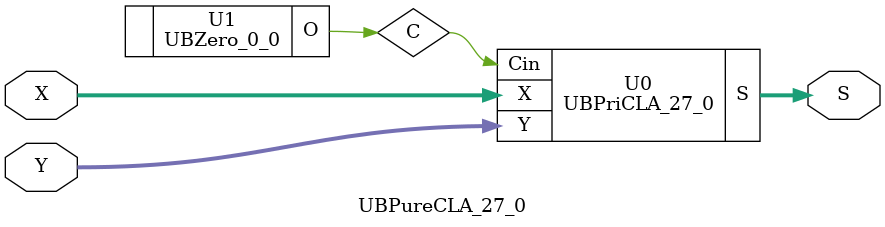
<source format=v>
/*----------------------------------------------------------------------------
  Copyright (c) 2021 Homma laboratory. All rights reserved.

  Top module: UBCLA_27_0_27_0

  Operand-1 length: 28
  Operand-2 length: 28
  Two-operand addition algorithm: Carry look-ahead adder
----------------------------------------------------------------------------*/

module GPGenerator(Go, Po, A, B);
  output Go;
  output Po;
  input A;
  input B;
  assign Go = A & B;
  assign Po = A ^ B;
endmodule

module CLAUnit_28(C, G, P, Cin);
  output [28:1] C;
  input Cin;
  input [27:0] G;
  input [27:0] P;
  assign C[1] = G[0] | ( P[0] & Cin );
  assign C[2] = G[1] | ( P[1] & G[0] ) | ( P[1] & P[0] & Cin );
  assign C[3] = G[2] | ( P[2] & G[1] ) | ( P[2] & P[1] & G[0] ) | ( P[2] & P[1] & P[0] & Cin );
  assign C[4] = G[3] | ( P[3] & G[2] ) | ( P[3] & P[2] & G[1] ) | ( P[3] & P[2] & P[1] & G[0] ) | ( P[3] & P[2] & P[1] & P[0] & Cin );
  assign C[5] = G[4] | ( P[4] & G[3] ) | ( P[4] & P[3] & G[2] ) | ( P[4] & P[3] & P[2] & G[1] ) | ( P[4] & P[3] & P[2] & P[1] & G[0] ) | ( P[4] & P[3] & P[2] & P[1] & P[0] & Cin );
  assign C[6] = G[5] | ( P[5] & G[4] ) | ( P[5] & P[4] & G[3] ) | ( P[5] & P[4] & P[3] & G[2] ) | ( P[5] & P[4] & P[3] & P[2] & G[1] ) | ( P[5] & P[4] & P[3] & P[2] & P[1] & G[0] ) | ( P[5] & P[4] & P[3]
 & P[2] & P[1] & P[0] & Cin );
  assign C[7] = G[6] | ( P[6] & G[5] ) | ( P[6] & P[5] & G[4] ) | ( P[6] & P[5] & P[4] & G[3] ) | ( P[6] & P[5] & P[4] & P[3] & G[2] ) | ( P[6] & P[5] & P[4] & P[3] & P[2] & G[1] ) | ( P[6] & P[5] & P[4]
 & P[3] & P[2] & P[1] & G[0] ) | ( P[6] & P[5] & P[4] & P[3] & P[2] & P[1] & P[0] & Cin );
  assign C[8] = G[7] | ( P[7] & G[6] ) | ( P[7] & P[6] & G[5] ) | ( P[7] & P[6] & P[5] & G[4] ) | ( P[7] & P[6] & P[5] & P[4] & G[3] ) | ( P[7] & P[6] & P[5] & P[4] & P[3] & G[2] ) | ( P[7] & P[6] & P[5]
 & P[4] & P[3] & P[2] & G[1] ) | ( P[7] & P[6] & P[5] & P[4] & P[3] & P[2] & P[1] & G[0] ) | ( P[7] & P[6] & P[5] & P[4] & P[3] & P[2] & P[1] & P[0] & Cin );
  assign C[9] = G[8] | ( P[8] & G[7] ) | ( P[8] & P[7] & G[6] ) | ( P[8] & P[7] & P[6] & G[5] ) | ( P[8] & P[7] & P[6] & P[5] & G[4] ) | ( P[8] & P[7] & P[6] & P[5] & P[4] & G[3] ) | ( P[8] & P[7] & P[6]
 & P[5] & P[4] & P[3] & G[2] ) | ( P[8] & P[7] & P[6] & P[5] & P[4] & P[3] & P[2] & G[1] ) | ( P[8] & P[7] & P[6] & P[5] & P[4] & P[3] & P[2] & P[1] & G[0] ) | ( P[8] & P[7] & P[6] & P[5] & P[4] & P[3]
 & P[2] & P[1] & P[0] & Cin );
  assign C[10] = G[9] | ( P[9] & G[8] ) | ( P[9] & P[8] & G[7] ) | ( P[9] & P[8] & P[7] & G[6] ) | ( P[9] & P[8] & P[7] & P[6] & G[5] ) | ( P[9] & P[8] & P[7] & P[6] & P[5] & G[4] ) | ( P[9] & P[8] & P[7]
 & P[6] & P[5] & P[4] & G[3] ) | ( P[9] & P[8] & P[7] & P[6] & P[5] & P[4] & P[3] & G[2] ) | ( P[9] & P[8] & P[7] & P[6] & P[5] & P[4] & P[3] & P[2] & G[1] ) | ( P[9] & P[8] & P[7] & P[6] & P[5] & P[4]
 & P[3] & P[2] & P[1] & G[0] ) | ( P[9] & P[8] & P[7] & P[6] & P[5] & P[4] & P[3] & P[2] & P[1] & P[0] & Cin );
  assign C[11] = G[10] | ( P[10] & G[9] ) | ( P[10] & P[9] & G[8] ) | ( P[10] & P[9] & P[8] & G[7] ) | ( P[10] & P[9] & P[8] & P[7] & G[6] ) | ( P[10] & P[9] & P[8] & P[7] & P[6] & G[5] ) | ( P[10] & P[9]
 & P[8] & P[7] & P[6] & P[5] & G[4] ) | ( P[10] & P[9] & P[8] & P[7] & P[6] & P[5] & P[4] & G[3] ) | ( P[10] & P[9] & P[8] & P[7] & P[6] & P[5] & P[4] & P[3] & G[2] ) | ( P[10] & P[9] & P[8] & P[7] & P[6]
 & P[5] & P[4] & P[3] & P[2] & G[1] ) | ( P[10] & P[9] & P[8] & P[7] & P[6] & P[5] & P[4] & P[3] & P[2] & P[1] & G[0] ) | ( P[10] & P[9] & P[8] & P[7] & P[6] & P[5] & P[4] & P[3] & P[2] & P[1] & P[0] &
 Cin );
  assign C[12] = G[11] | ( P[11] & G[10] ) | ( P[11] & P[10] & G[9] ) | ( P[11] & P[10] & P[9] & G[8] ) | ( P[11] & P[10] & P[9] & P[8] & G[7] ) | ( P[11] & P[10] & P[9] & P[8] & P[7] & G[6] ) | ( P[11]
 & P[10] & P[9] & P[8] & P[7] & P[6] & G[5] ) | ( P[11] & P[10] & P[9] & P[8] & P[7] & P[6] & P[5] & G[4] ) | ( P[11] & P[10] & P[9] & P[8] & P[7] & P[6] & P[5] & P[4] & G[3] ) | ( P[11] & P[10] & P[9]
 & P[8] & P[7] & P[6] & P[5] & P[4] & P[3] & G[2] ) | ( P[11] & P[10] & P[9] & P[8] & P[7] & P[6] & P[5] & P[4] & P[3] & P[2] & G[1] ) | ( P[11] & P[10] & P[9] & P[8] & P[7] & P[6] & P[5] & P[4] & P[3]
 & P[2] & P[1] & G[0] ) | ( P[11] & P[10] & P[9] & P[8] & P[7] & P[6] & P[5] & P[4] & P[3] & P[2] & P[1] & P[0] & Cin );
  assign C[13] = G[12] | ( P[12] & G[11] ) | ( P[12] & P[11] & G[10] ) | ( P[12] & P[11] & P[10] & G[9] ) | ( P[12] & P[11] & P[10] & P[9] & G[8] ) | ( P[12] & P[11] & P[10] & P[9] & P[8] & G[7] ) | ( P[12]
 & P[11] & P[10] & P[9] & P[8] & P[7] & G[6] ) | ( P[12] & P[11] & P[10] & P[9] & P[8] & P[7] & P[6] & G[5] ) | ( P[12] & P[11] & P[10] & P[9] & P[8] & P[7] & P[6] & P[5] & G[4] ) | ( P[12] & P[11] & P[10]
 & P[9] & P[8] & P[7] & P[6] & P[5] & P[4] & G[3] ) | ( P[12] & P[11] & P[10] & P[9] & P[8] & P[7] & P[6] & P[5] & P[4] & P[3] & G[2] ) | ( P[12] & P[11] & P[10] & P[9] & P[8] & P[7] & P[6] & P[5] & P[4]
 & P[3] & P[2] & G[1] ) | ( P[12] & P[11] & P[10] & P[9] & P[8] & P[7] & P[6] & P[5] & P[4] & P[3] & P[2] & P[1] & G[0] ) | ( P[12] & P[11] & P[10] & P[9] & P[8] & P[7] & P[6] & P[5] & P[4] & P[3] & P[2]
 & P[1] & P[0] & Cin );
  assign C[14] = G[13] | ( P[13] & G[12] ) | ( P[13] & P[12] & G[11] ) | ( P[13] & P[12] & P[11] & G[10] ) | ( P[13] & P[12] & P[11] & P[10] & G[9] ) | ( P[13] & P[12] & P[11] & P[10] & P[9] & G[8] ) |
 ( P[13] & P[12] & P[11] & P[10] & P[9] & P[8] & G[7] ) | ( P[13] & P[12] & P[11] & P[10] & P[9] & P[8] & P[7] & G[6] ) | ( P[13] & P[12] & P[11] & P[10] & P[9] & P[8] & P[7] & P[6] & G[5] ) | ( P[13] &
 P[12] & P[11] & P[10] & P[9] & P[8] & P[7] & P[6] & P[5] & G[4] ) | ( P[13] & P[12] & P[11] & P[10] & P[9] & P[8] & P[7] & P[6] & P[5] & P[4] & G[3] ) | ( P[13] & P[12] & P[11] & P[10] & P[9] & P[8] &
 P[7] & P[6] & P[5] & P[4] & P[3] & G[2] ) | ( P[13] & P[12] & P[11] & P[10] & P[9] & P[8] & P[7] & P[6] & P[5] & P[4] & P[3] & P[2] & G[1] ) | ( P[13] & P[12] & P[11] & P[10] & P[9] & P[8] & P[7] & P[6]
 & P[5] & P[4] & P[3] & P[2] & P[1] & G[0] ) | ( P[13] & P[12] & P[11] & P[10] & P[9] & P[8] & P[7] & P[6] & P[5] & P[4] & P[3] & P[2] & P[1] & P[0] & Cin );
  assign C[15] = G[14] | ( P[14] & G[13] ) | ( P[14] & P[13] & G[12] ) | ( P[14] & P[13] & P[12] & G[11] ) | ( P[14] & P[13] & P[12] & P[11] & G[10] ) | ( P[14] & P[13] & P[12] & P[11] & P[10] & G[9] )
 | ( P[14] & P[13] & P[12] & P[11] & P[10] & P[9] & G[8] ) | ( P[14] & P[13] & P[12] & P[11] & P[10] & P[9] & P[8] & G[7] ) | ( P[14] & P[13] & P[12] & P[11] & P[10] & P[9] & P[8] & P[7] & G[6] ) | ( P[14]
 & P[13] & P[12] & P[11] & P[10] & P[9] & P[8] & P[7] & P[6] & G[5] ) | ( P[14] & P[13] & P[12] & P[11] & P[10] & P[9] & P[8] & P[7] & P[6] & P[5] & G[4] ) | ( P[14] & P[13] & P[12] & P[11] & P[10] & P[9]
 & P[8] & P[7] & P[6] & P[5] & P[4] & G[3] ) | ( P[14] & P[13] & P[12] & P[11] & P[10] & P[9] & P[8] & P[7] & P[6] & P[5] & P[4] & P[3] & G[2] ) | ( P[14] & P[13] & P[12] & P[11] & P[10] & P[9] & P[8] &
 P[7] & P[6] & P[5] & P[4] & P[3] & P[2] & G[1] ) | ( P[14] & P[13] & P[12] & P[11] & P[10] & P[9] & P[8] & P[7] & P[6] & P[5] & P[4] & P[3] & P[2] & P[1] & G[0] ) | ( P[14] & P[13] & P[12] & P[11] & P[10]
 & P[9] & P[8] & P[7] & P[6] & P[5] & P[4] & P[3] & P[2] & P[1] & P[0] & Cin );
  assign C[16] = G[15] | ( P[15] & G[14] ) | ( P[15] & P[14] & G[13] ) | ( P[15] & P[14] & P[13] & G[12] ) | ( P[15] & P[14] & P[13] & P[12] & G[11] ) | ( P[15] & P[14] & P[13] & P[12] & P[11] & G[10] )
 | ( P[15] & P[14] & P[13] & P[12] & P[11] & P[10] & G[9] ) | ( P[15] & P[14] & P[13] & P[12] & P[11] & P[10] & P[9] & G[8] ) | ( P[15] & P[14] & P[13] & P[12] & P[11] & P[10] & P[9] & P[8] & G[7] ) | (
 P[15] & P[14] & P[13] & P[12] & P[11] & P[10] & P[9] & P[8] & P[7] & G[6] ) | ( P[15] & P[14] & P[13] & P[12] & P[11] & P[10] & P[9] & P[8] & P[7] & P[6] & G[5] ) | ( P[15] & P[14] & P[13] & P[12] & P[11]
 & P[10] & P[9] & P[8] & P[7] & P[6] & P[5] & G[4] ) | ( P[15] & P[14] & P[13] & P[12] & P[11] & P[10] & P[9] & P[8] & P[7] & P[6] & P[5] & P[4] & G[3] ) | ( P[15] & P[14] & P[13] & P[12] & P[11] & P[10]
 & P[9] & P[8] & P[7] & P[6] & P[5] & P[4] & P[3] & G[2] ) | ( P[15] & P[14] & P[13] & P[12] & P[11] & P[10] & P[9] & P[8] & P[7] & P[6] & P[5] & P[4] & P[3] & P[2] & G[1] ) | ( P[15] & P[14] & P[13] &
 P[12] & P[11] & P[10] & P[9] & P[8] & P[7] & P[6] & P[5] & P[4] & P[3] & P[2] & P[1] & G[0] ) | ( P[15] & P[14] & P[13] & P[12] & P[11] & P[10] & P[9] & P[8] & P[7] & P[6] & P[5] & P[4] & P[3] & P[2] &
 P[1] & P[0] & Cin );
  assign C[17] = G[16] | ( P[16] & G[15] ) | ( P[16] & P[15] & G[14] ) | ( P[16] & P[15] & P[14] & G[13] ) | ( P[16] & P[15] & P[14] & P[13] & G[12] ) | ( P[16] & P[15] & P[14] & P[13] & P[12] & G[11] )
 | ( P[16] & P[15] & P[14] & P[13] & P[12] & P[11] & G[10] ) | ( P[16] & P[15] & P[14] & P[13] & P[12] & P[11] & P[10] & G[9] ) | ( P[16] & P[15] & P[14] & P[13] & P[12] & P[11] & P[10] & P[9] & G[8] )
 | ( P[16] & P[15] & P[14] & P[13] & P[12] & P[11] & P[10] & P[9] & P[8] & G[7] ) | ( P[16] & P[15] & P[14] & P[13] & P[12] & P[11] & P[10] & P[9] & P[8] & P[7] & G[6] ) | ( P[16] & P[15] & P[14] & P[13]
 & P[12] & P[11] & P[10] & P[9] & P[8] & P[7] & P[6] & G[5] ) | ( P[16] & P[15] & P[14] & P[13] & P[12] & P[11] & P[10] & P[9] & P[8] & P[7] & P[6] & P[5] & G[4] ) | ( P[16] & P[15] & P[14] & P[13] & P[12]
 & P[11] & P[10] & P[9] & P[8] & P[7] & P[6] & P[5] & P[4] & G[3] ) | ( P[16] & P[15] & P[14] & P[13] & P[12] & P[11] & P[10] & P[9] & P[8] & P[7] & P[6] & P[5] & P[4] & P[3] & G[2] ) | ( P[16] & P[15]
 & P[14] & P[13] & P[12] & P[11] & P[10] & P[9] & P[8] & P[7] & P[6] & P[5] & P[4] & P[3] & P[2] & G[1] ) | ( P[16] & P[15] & P[14] & P[13] & P[12] & P[11] & P[10] & P[9] & P[8] & P[7] & P[6] & P[5] & P[4]
 & P[3] & P[2] & P[1] & G[0] ) | ( P[16] & P[15] & P[14] & P[13] & P[12] & P[11] & P[10] & P[9] & P[8] & P[7] & P[6] & P[5] & P[4] & P[3] & P[2] & P[1] & P[0] & Cin );
  assign C[18] = G[17] | ( P[17] & G[16] ) | ( P[17] & P[16] & G[15] ) | ( P[17] & P[16] & P[15] & G[14] ) | ( P[17] & P[16] & P[15] & P[14] & G[13] ) | ( P[17] & P[16] & P[15] & P[14] & P[13] & G[12] )
 | ( P[17] & P[16] & P[15] & P[14] & P[13] & P[12] & G[11] ) | ( P[17] & P[16] & P[15] & P[14] & P[13] & P[12] & P[11] & G[10] ) | ( P[17] & P[16] & P[15] & P[14] & P[13] & P[12] & P[11] & P[10] & G[9]
 ) | ( P[17] & P[16] & P[15] & P[14] & P[13] & P[12] & P[11] & P[10] & P[9] & G[8] ) | ( P[17] & P[16] & P[15] & P[14] & P[13] & P[12] & P[11] & P[10] & P[9] & P[8] & G[7] ) | ( P[17] & P[16] & P[15] &
 P[14] & P[13] & P[12] & P[11] & P[10] & P[9] & P[8] & P[7] & G[6] ) | ( P[17] & P[16] & P[15] & P[14] & P[13] & P[12] & P[11] & P[10] & P[9] & P[8] & P[7] & P[6] & G[5] ) | ( P[17] & P[16] & P[15] & P[14]
 & P[13] & P[12] & P[11] & P[10] & P[9] & P[8] & P[7] & P[6] & P[5] & G[4] ) | ( P[17] & P[16] & P[15] & P[14] & P[13] & P[12] & P[11] & P[10] & P[9] & P[8] & P[7] & P[6] & P[5] & P[4] & G[3] ) | ( P[17]
 & P[16] & P[15] & P[14] & P[13] & P[12] & P[11] & P[10] & P[9] & P[8] & P[7] & P[6] & P[5] & P[4] & P[3] & G[2] ) | ( P[17] & P[16] & P[15] & P[14] & P[13] & P[12] & P[11] & P[10] & P[9] & P[8] & P[7]
 & P[6] & P[5] & P[4] & P[3] & P[2] & G[1] ) | ( P[17] & P[16] & P[15] & P[14] & P[13] & P[12] & P[11] & P[10] & P[9] & P[8] & P[7] & P[6] & P[5] & P[4] & P[3] & P[2] & P[1] & G[0] ) | ( P[17] & P[16] &
 P[15] & P[14] & P[13] & P[12] & P[11] & P[10] & P[9] & P[8] & P[7] & P[6] & P[5] & P[4] & P[3] & P[2] & P[1] & P[0] & Cin );
  assign C[19] = G[18] | ( P[18] & G[17] ) | ( P[18] & P[17] & G[16] ) | ( P[18] & P[17] & P[16] & G[15] ) | ( P[18] & P[17] & P[16] & P[15] & G[14] ) | ( P[18] & P[17] & P[16] & P[15] & P[14] & G[13] )
 | ( P[18] & P[17] & P[16] & P[15] & P[14] & P[13] & G[12] ) | ( P[18] & P[17] & P[16] & P[15] & P[14] & P[13] & P[12] & G[11] ) | ( P[18] & P[17] & P[16] & P[15] & P[14] & P[13] & P[12] & P[11] & G[10]
 ) | ( P[18] & P[17] & P[16] & P[15] & P[14] & P[13] & P[12] & P[11] & P[10] & G[9] ) | ( P[18] & P[17] & P[16] & P[15] & P[14] & P[13] & P[12] & P[11] & P[10] & P[9] & G[8] ) | ( P[18] & P[17] & P[16]
 & P[15] & P[14] & P[13] & P[12] & P[11] & P[10] & P[9] & P[8] & G[7] ) | ( P[18] & P[17] & P[16] & P[15] & P[14] & P[13] & P[12] & P[11] & P[10] & P[9] & P[8] & P[7] & G[6] ) | ( P[18] & P[17] & P[16]
 & P[15] & P[14] & P[13] & P[12] & P[11] & P[10] & P[9] & P[8] & P[7] & P[6] & G[5] ) | ( P[18] & P[17] & P[16] & P[15] & P[14] & P[13] & P[12] & P[11] & P[10] & P[9] & P[8] & P[7] & P[6] & P[5] & G[4]
 ) | ( P[18] & P[17] & P[16] & P[15] & P[14] & P[13] & P[12] & P[11] & P[10] & P[9] & P[8] & P[7] & P[6] & P[5] & P[4] & G[3] ) | ( P[18] & P[17] & P[16] & P[15] & P[14] & P[13] & P[12] & P[11] & P[10]
 & P[9] & P[8] & P[7] & P[6] & P[5] & P[4] & P[3] & G[2] ) | ( P[18] & P[17] & P[16] & P[15] & P[14] & P[13] & P[12] & P[11] & P[10] & P[9] & P[8] & P[7] & P[6] & P[5] & P[4] & P[3] & P[2] & G[1] ) | (
 P[18] & P[17] & P[16] & P[15] & P[14] & P[13] & P[12] & P[11] & P[10] & P[9] & P[8] & P[7] & P[6] & P[5] & P[4] & P[3] & P[2] & P[1] & G[0] ) | ( P[18] & P[17] & P[16] & P[15] & P[14] & P[13] & P[12] &
 P[11] & P[10] & P[9] & P[8] & P[7] & P[6] & P[5] & P[4] & P[3] & P[2] & P[1] & P[0] & Cin );
  assign C[20] = G[19] | ( P[19] & G[18] ) | ( P[19] & P[18] & G[17] ) | ( P[19] & P[18] & P[17] & G[16] ) | ( P[19] & P[18] & P[17] & P[16] & G[15] ) | ( P[19] & P[18] & P[17] & P[16] & P[15] & G[14] )
 | ( P[19] & P[18] & P[17] & P[16] & P[15] & P[14] & G[13] ) | ( P[19] & P[18] & P[17] & P[16] & P[15] & P[14] & P[13] & G[12] ) | ( P[19] & P[18] & P[17] & P[16] & P[15] & P[14] & P[13] & P[12] & G[11]
 ) | ( P[19] & P[18] & P[17] & P[16] & P[15] & P[14] & P[13] & P[12] & P[11] & G[10] ) | ( P[19] & P[18] & P[17] & P[16] & P[15] & P[14] & P[13] & P[12] & P[11] & P[10] & G[9] ) | ( P[19] & P[18] & P[17]
 & P[16] & P[15] & P[14] & P[13] & P[12] & P[11] & P[10] & P[9] & G[8] ) | ( P[19] & P[18] & P[17] & P[16] & P[15] & P[14] & P[13] & P[12] & P[11] & P[10] & P[9] & P[8] & G[7] ) | ( P[19] & P[18] & P[17]
 & P[16] & P[15] & P[14] & P[13] & P[12] & P[11] & P[10] & P[9] & P[8] & P[7] & G[6] ) | ( P[19] & P[18] & P[17] & P[16] & P[15] & P[14] & P[13] & P[12] & P[11] & P[10] & P[9] & P[8] & P[7] & P[6] & G[5]
 ) | ( P[19] & P[18] & P[17] & P[16] & P[15] & P[14] & P[13] & P[12] & P[11] & P[10] & P[9] & P[8] & P[7] & P[6] & P[5] & G[4] ) | ( P[19] & P[18] & P[17] & P[16] & P[15] & P[14] & P[13] & P[12] & P[11]
 & P[10] & P[9] & P[8] & P[7] & P[6] & P[5] & P[4] & G[3] ) | ( P[19] & P[18] & P[17] & P[16] & P[15] & P[14] & P[13] & P[12] & P[11] & P[10] & P[9] & P[8] & P[7] & P[6] & P[5] & P[4] & P[3] & G[2] ) |
 ( P[19] & P[18] & P[17] & P[16] & P[15] & P[14] & P[13] & P[12] & P[11] & P[10] & P[9] & P[8] & P[7] & P[6] & P[5] & P[4] & P[3] & P[2] & G[1] ) | ( P[19] & P[18] & P[17] & P[16] & P[15] & P[14] & P[13]
 & P[12] & P[11] & P[10] & P[9] & P[8] & P[7] & P[6] & P[5] & P[4] & P[3] & P[2] & P[1] & G[0] ) | ( P[19] & P[18] & P[17] & P[16] & P[15] & P[14] & P[13] & P[12] & P[11] & P[10] & P[9] & P[8] & P[7] &
 P[6] & P[5] & P[4] & P[3] & P[2] & P[1] & P[0] & Cin );
  assign C[21] = G[20] | ( P[20] & G[19] ) | ( P[20] & P[19] & G[18] ) | ( P[20] & P[19] & P[18] & G[17] ) | ( P[20] & P[19] & P[18] & P[17] & G[16] ) | ( P[20] & P[19] & P[18] & P[17] & P[16] & G[15] )
 | ( P[20] & P[19] & P[18] & P[17] & P[16] & P[15] & G[14] ) | ( P[20] & P[19] & P[18] & P[17] & P[16] & P[15] & P[14] & G[13] ) | ( P[20] & P[19] & P[18] & P[17] & P[16] & P[15] & P[14] & P[13] & G[12]
 ) | ( P[20] & P[19] & P[18] & P[17] & P[16] & P[15] & P[14] & P[13] & P[12] & G[11] ) | ( P[20] & P[19] & P[18] & P[17] & P[16] & P[15] & P[14] & P[13] & P[12] & P[11] & G[10] ) | ( P[20] & P[19] & P[18]
 & P[17] & P[16] & P[15] & P[14] & P[13] & P[12] & P[11] & P[10] & G[9] ) | ( P[20] & P[19] & P[18] & P[17] & P[16] & P[15] & P[14] & P[13] & P[12] & P[11] & P[10] & P[9] & G[8] ) | ( P[20] & P[19] & P[18]
 & P[17] & P[16] & P[15] & P[14] & P[13] & P[12] & P[11] & P[10] & P[9] & P[8] & G[7] ) | ( P[20] & P[19] & P[18] & P[17] & P[16] & P[15] & P[14] & P[13] & P[12] & P[11] & P[10] & P[9] & P[8] & P[7] & G[6]
 ) | ( P[20] & P[19] & P[18] & P[17] & P[16] & P[15] & P[14] & P[13] & P[12] & P[11] & P[10] & P[9] & P[8] & P[7] & P[6] & G[5] ) | ( P[20] & P[19] & P[18] & P[17] & P[16] & P[15] & P[14] & P[13] & P[12]
 & P[11] & P[10] & P[9] & P[8] & P[7] & P[6] & P[5] & G[4] ) | ( P[20] & P[19] & P[18] & P[17] & P[16] & P[15] & P[14] & P[13] & P[12] & P[11] & P[10] & P[9] & P[8] & P[7] & P[6] & P[5] & P[4] & G[3] )
 | ( P[20] & P[19] & P[18] & P[17] & P[16] & P[15] & P[14] & P[13] & P[12] & P[11] & P[10] & P[9] & P[8] & P[7] & P[6] & P[5] & P[4] & P[3] & G[2] ) | ( P[20] & P[19] & P[18] & P[17] & P[16] & P[15] & P[14]
 & P[13] & P[12] & P[11] & P[10] & P[9] & P[8] & P[7] & P[6] & P[5] & P[4] & P[3] & P[2] & G[1] ) | ( P[20] & P[19] & P[18] & P[17] & P[16] & P[15] & P[14] & P[13] & P[12] & P[11] & P[10] & P[9] & P[8]
 & P[7] & P[6] & P[5] & P[4] & P[3] & P[2] & P[1] & G[0] ) | ( P[20] & P[19] & P[18] & P[17] & P[16] & P[15] & P[14] & P[13] & P[12] & P[11] & P[10] & P[9] & P[8] & P[7] & P[6] & P[5] & P[4] & P[3] & P[2]
 & P[1] & P[0] & Cin );
  assign C[22] = G[21] | ( P[21] & G[20] ) | ( P[21] & P[20] & G[19] ) | ( P[21] & P[20] & P[19] & G[18] ) | ( P[21] & P[20] & P[19] & P[18] & G[17] ) | ( P[21] & P[20] & P[19] & P[18] & P[17] & G[16] )
 | ( P[21] & P[20] & P[19] & P[18] & P[17] & P[16] & G[15] ) | ( P[21] & P[20] & P[19] & P[18] & P[17] & P[16] & P[15] & G[14] ) | ( P[21] & P[20] & P[19] & P[18] & P[17] & P[16] & P[15] & P[14] & G[13]
 ) | ( P[21] & P[20] & P[19] & P[18] & P[17] & P[16] & P[15] & P[14] & P[13] & G[12] ) | ( P[21] & P[20] & P[19] & P[18] & P[17] & P[16] & P[15] & P[14] & P[13] & P[12] & G[11] ) | ( P[21] & P[20] & P[19]
 & P[18] & P[17] & P[16] & P[15] & P[14] & P[13] & P[12] & P[11] & G[10] ) | ( P[21] & P[20] & P[19] & P[18] & P[17] & P[16] & P[15] & P[14] & P[13] & P[12] & P[11] & P[10] & G[9] ) | ( P[21] & P[20] &
 P[19] & P[18] & P[17] & P[16] & P[15] & P[14] & P[13] & P[12] & P[11] & P[10] & P[9] & G[8] ) | ( P[21] & P[20] & P[19] & P[18] & P[17] & P[16] & P[15] & P[14] & P[13] & P[12] & P[11] & P[10] & P[9] &
 P[8] & G[7] ) | ( P[21] & P[20] & P[19] & P[18] & P[17] & P[16] & P[15] & P[14] & P[13] & P[12] & P[11] & P[10] & P[9] & P[8] & P[7] & G[6] ) | ( P[21] & P[20] & P[19] & P[18] & P[17] & P[16] & P[15] &
 P[14] & P[13] & P[12] & P[11] & P[10] & P[9] & P[8] & P[7] & P[6] & G[5] ) | ( P[21] & P[20] & P[19] & P[18] & P[17] & P[16] & P[15] & P[14] & P[13] & P[12] & P[11] & P[10] & P[9] & P[8] & P[7] & P[6]
 & P[5] & G[4] ) | ( P[21] & P[20] & P[19] & P[18] & P[17] & P[16] & P[15] & P[14] & P[13] & P[12] & P[11] & P[10] & P[9] & P[8] & P[7] & P[6] & P[5] & P[4] & G[3] ) | ( P[21] & P[20] & P[19] & P[18] &
 P[17] & P[16] & P[15] & P[14] & P[13] & P[12] & P[11] & P[10] & P[9] & P[8] & P[7] & P[6] & P[5] & P[4] & P[3] & G[2] ) | ( P[21] & P[20] & P[19] & P[18] & P[17] & P[16] & P[15] & P[14] & P[13] & P[12]
 & P[11] & P[10] & P[9] & P[8] & P[7] & P[6] & P[5] & P[4] & P[3] & P[2] & G[1] ) | ( P[21] & P[20] & P[19] & P[18] & P[17] & P[16] & P[15] & P[14] & P[13] & P[12] & P[11] & P[10] & P[9] & P[8] & P[7] &
 P[6] & P[5] & P[4] & P[3] & P[2] & P[1] & G[0] ) | ( P[21] & P[20] & P[19] & P[18] & P[17] & P[16] & P[15] & P[14] & P[13] & P[12] & P[11] & P[10] & P[9] & P[8] & P[7] & P[6] & P[5] & P[4] & P[3] & P[2]
 & P[1] & P[0] & Cin );
  assign C[23] = G[22] | ( P[22] & G[21] ) | ( P[22] & P[21] & G[20] ) | ( P[22] & P[21] & P[20] & G[19] ) | ( P[22] & P[21] & P[20] & P[19] & G[18] ) | ( P[22] & P[21] & P[20] & P[19] & P[18] & G[17] )
 | ( P[22] & P[21] & P[20] & P[19] & P[18] & P[17] & G[16] ) | ( P[22] & P[21] & P[20] & P[19] & P[18] & P[17] & P[16] & G[15] ) | ( P[22] & P[21] & P[20] & P[19] & P[18] & P[17] & P[16] & P[15] & G[14]
 ) | ( P[22] & P[21] & P[20] & P[19] & P[18] & P[17] & P[16] & P[15] & P[14] & G[13] ) | ( P[22] & P[21] & P[20] & P[19] & P[18] & P[17] & P[16] & P[15] & P[14] & P[13] & G[12] ) | ( P[22] & P[21] & P[20]
 & P[19] & P[18] & P[17] & P[16] & P[15] & P[14] & P[13] & P[12] & G[11] ) | ( P[22] & P[21] & P[20] & P[19] & P[18] & P[17] & P[16] & P[15] & P[14] & P[13] & P[12] & P[11] & G[10] ) | ( P[22] & P[21] &
 P[20] & P[19] & P[18] & P[17] & P[16] & P[15] & P[14] & P[13] & P[12] & P[11] & P[10] & G[9] ) | ( P[22] & P[21] & P[20] & P[19] & P[18] & P[17] & P[16] & P[15] & P[14] & P[13] & P[12] & P[11] & P[10]
 & P[9] & G[8] ) | ( P[22] & P[21] & P[20] & P[19] & P[18] & P[17] & P[16] & P[15] & P[14] & P[13] & P[12] & P[11] & P[10] & P[9] & P[8] & G[7] ) | ( P[22] & P[21] & P[20] & P[19] & P[18] & P[17] & P[16]
 & P[15] & P[14] & P[13] & P[12] & P[11] & P[10] & P[9] & P[8] & P[7] & G[6] ) | ( P[22] & P[21] & P[20] & P[19] & P[18] & P[17] & P[16] & P[15] & P[14] & P[13] & P[12] & P[11] & P[10] & P[9] & P[8] & P[7]
 & P[6] & G[5] ) | ( P[22] & P[21] & P[20] & P[19] & P[18] & P[17] & P[16] & P[15] & P[14] & P[13] & P[12] & P[11] & P[10] & P[9] & P[8] & P[7] & P[6] & P[5] & G[4] ) | ( P[22] & P[21] & P[20] & P[19] &
 P[18] & P[17] & P[16] & P[15] & P[14] & P[13] & P[12] & P[11] & P[10] & P[9] & P[8] & P[7] & P[6] & P[5] & P[4] & G[3] ) | ( P[22] & P[21] & P[20] & P[19] & P[18] & P[17] & P[16] & P[15] & P[14] & P[13]
 & P[12] & P[11] & P[10] & P[9] & P[8] & P[7] & P[6] & P[5] & P[4] & P[3] & G[2] ) | ( P[22] & P[21] & P[20] & P[19] & P[18] & P[17] & P[16] & P[15] & P[14] & P[13] & P[12] & P[11] & P[10] & P[9] & P[8]
 & P[7] & P[6] & P[5] & P[4] & P[3] & P[2] & G[1] ) | ( P[22] & P[21] & P[20] & P[19] & P[18] & P[17] & P[16] & P[15] & P[14] & P[13] & P[12] & P[11] & P[10] & P[9] & P[8] & P[7] & P[6] & P[5] & P[4] &
 P[3] & P[2] & P[1] & G[0] ) | ( P[22] & P[21] & P[20] & P[19] & P[18] & P[17] & P[16] & P[15] & P[14] & P[13] & P[12] & P[11] & P[10] & P[9] & P[8] & P[7] & P[6] & P[5] & P[4] & P[3] & P[2] & P[1] & P[0]
 & Cin );
  assign C[24] = G[23] | ( P[23] & G[22] ) | ( P[23] & P[22] & G[21] ) | ( P[23] & P[22] & P[21] & G[20] ) | ( P[23] & P[22] & P[21] & P[20] & G[19] ) | ( P[23] & P[22] & P[21] & P[20] & P[19] & G[18] )
 | ( P[23] & P[22] & P[21] & P[20] & P[19] & P[18] & G[17] ) | ( P[23] & P[22] & P[21] & P[20] & P[19] & P[18] & P[17] & G[16] ) | ( P[23] & P[22] & P[21] & P[20] & P[19] & P[18] & P[17] & P[16] & G[15]
 ) | ( P[23] & P[22] & P[21] & P[20] & P[19] & P[18] & P[17] & P[16] & P[15] & G[14] ) | ( P[23] & P[22] & P[21] & P[20] & P[19] & P[18] & P[17] & P[16] & P[15] & P[14] & G[13] ) | ( P[23] & P[22] & P[21]
 & P[20] & P[19] & P[18] & P[17] & P[16] & P[15] & P[14] & P[13] & G[12] ) | ( P[23] & P[22] & P[21] & P[20] & P[19] & P[18] & P[17] & P[16] & P[15] & P[14] & P[13] & P[12] & G[11] ) | ( P[23] & P[22] &
 P[21] & P[20] & P[19] & P[18] & P[17] & P[16] & P[15] & P[14] & P[13] & P[12] & P[11] & G[10] ) | ( P[23] & P[22] & P[21] & P[20] & P[19] & P[18] & P[17] & P[16] & P[15] & P[14] & P[13] & P[12] & P[11]
 & P[10] & G[9] ) | ( P[23] & P[22] & P[21] & P[20] & P[19] & P[18] & P[17] & P[16] & P[15] & P[14] & P[13] & P[12] & P[11] & P[10] & P[9] & G[8] ) | ( P[23] & P[22] & P[21] & P[20] & P[19] & P[18] & P[17]
 & P[16] & P[15] & P[14] & P[13] & P[12] & P[11] & P[10] & P[9] & P[8] & G[7] ) | ( P[23] & P[22] & P[21] & P[20] & P[19] & P[18] & P[17] & P[16] & P[15] & P[14] & P[13] & P[12] & P[11] & P[10] & P[9] &
 P[8] & P[7] & G[6] ) | ( P[23] & P[22] & P[21] & P[20] & P[19] & P[18] & P[17] & P[16] & P[15] & P[14] & P[13] & P[12] & P[11] & P[10] & P[9] & P[8] & P[7] & P[6] & G[5] ) | ( P[23] & P[22] & P[21] & P[20]
 & P[19] & P[18] & P[17] & P[16] & P[15] & P[14] & P[13] & P[12] & P[11] & P[10] & P[9] & P[8] & P[7] & P[6] & P[5] & G[4] ) | ( P[23] & P[22] & P[21] & P[20] & P[19] & P[18] & P[17] & P[16] & P[15] & P[14]
 & P[13] & P[12] & P[11] & P[10] & P[9] & P[8] & P[7] & P[6] & P[5] & P[4] & G[3] ) | ( P[23] & P[22] & P[21] & P[20] & P[19] & P[18] & P[17] & P[16] & P[15] & P[14] & P[13] & P[12] & P[11] & P[10] & P[9]
 & P[8] & P[7] & P[6] & P[5] & P[4] & P[3] & G[2] ) | ( P[23] & P[22] & P[21] & P[20] & P[19] & P[18] & P[17] & P[16] & P[15] & P[14] & P[13] & P[12] & P[11] & P[10] & P[9] & P[8] & P[7] & P[6] & P[5] &
 P[4] & P[3] & P[2] & G[1] ) | ( P[23] & P[22] & P[21] & P[20] & P[19] & P[18] & P[17] & P[16] & P[15] & P[14] & P[13] & P[12] & P[11] & P[10] & P[9] & P[8] & P[7] & P[6] & P[5] & P[4] & P[3] & P[2] & P[1]
 & G[0] ) | ( P[23] & P[22] & P[21] & P[20] & P[19] & P[18] & P[17] & P[16] & P[15] & P[14] & P[13] & P[12] & P[11] & P[10] & P[9] & P[8] & P[7] & P[6] & P[5] & P[4] & P[3] & P[2] & P[1] & P[0] & Cin );
  assign C[25] = G[24] | ( P[24] & G[23] ) | ( P[24] & P[23] & G[22] ) | ( P[24] & P[23] & P[22] & G[21] ) | ( P[24] & P[23] & P[22] & P[21] & G[20] ) | ( P[24] & P[23] & P[22] & P[21] & P[20] & G[19] )
 | ( P[24] & P[23] & P[22] & P[21] & P[20] & P[19] & G[18] ) | ( P[24] & P[23] & P[22] & P[21] & P[20] & P[19] & P[18] & G[17] ) | ( P[24] & P[23] & P[22] & P[21] & P[20] & P[19] & P[18] & P[17] & G[16]
 ) | ( P[24] & P[23] & P[22] & P[21] & P[20] & P[19] & P[18] & P[17] & P[16] & G[15] ) | ( P[24] & P[23] & P[22] & P[21] & P[20] & P[19] & P[18] & P[17] & P[16] & P[15] & G[14] ) | ( P[24] & P[23] & P[22]
 & P[21] & P[20] & P[19] & P[18] & P[17] & P[16] & P[15] & P[14] & G[13] ) | ( P[24] & P[23] & P[22] & P[21] & P[20] & P[19] & P[18] & P[17] & P[16] & P[15] & P[14] & P[13] & G[12] ) | ( P[24] & P[23] &
 P[22] & P[21] & P[20] & P[19] & P[18] & P[17] & P[16] & P[15] & P[14] & P[13] & P[12] & G[11] ) | ( P[24] & P[23] & P[22] & P[21] & P[20] & P[19] & P[18] & P[17] & P[16] & P[15] & P[14] & P[13] & P[12]
 & P[11] & G[10] ) | ( P[24] & P[23] & P[22] & P[21] & P[20] & P[19] & P[18] & P[17] & P[16] & P[15] & P[14] & P[13] & P[12] & P[11] & P[10] & G[9] ) | ( P[24] & P[23] & P[22] & P[21] & P[20] & P[19] &
 P[18] & P[17] & P[16] & P[15] & P[14] & P[13] & P[12] & P[11] & P[10] & P[9] & G[8] ) | ( P[24] & P[23] & P[22] & P[21] & P[20] & P[19] & P[18] & P[17] & P[16] & P[15] & P[14] & P[13] & P[12] & P[11] &
 P[10] & P[9] & P[8] & G[7] ) | ( P[24] & P[23] & P[22] & P[21] & P[20] & P[19] & P[18] & P[17] & P[16] & P[15] & P[14] & P[13] & P[12] & P[11] & P[10] & P[9] & P[8] & P[7] & G[6] ) | ( P[24] & P[23] &
 P[22] & P[21] & P[20] & P[19] & P[18] & P[17] & P[16] & P[15] & P[14] & P[13] & P[12] & P[11] & P[10] & P[9] & P[8] & P[7] & P[6] & G[5] ) | ( P[24] & P[23] & P[22] & P[21] & P[20] & P[19] & P[18] & P[17]
 & P[16] & P[15] & P[14] & P[13] & P[12] & P[11] & P[10] & P[9] & P[8] & P[7] & P[6] & P[5] & G[4] ) | ( P[24] & P[23] & P[22] & P[21] & P[20] & P[19] & P[18] & P[17] & P[16] & P[15] & P[14] & P[13] & P[12]
 & P[11] & P[10] & P[9] & P[8] & P[7] & P[6] & P[5] & P[4] & G[3] ) | ( P[24] & P[23] & P[22] & P[21] & P[20] & P[19] & P[18] & P[17] & P[16] & P[15] & P[14] & P[13] & P[12] & P[11] & P[10] & P[9] & P[8]
 & P[7] & P[6] & P[5] & P[4] & P[3] & G[2] ) | ( P[24] & P[23] & P[22] & P[21] & P[20] & P[19] & P[18] & P[17] & P[16] & P[15] & P[14] & P[13] & P[12] & P[11] & P[10] & P[9] & P[8] & P[7] & P[6] & P[5]
 & P[4] & P[3] & P[2] & G[1] ) | ( P[24] & P[23] & P[22] & P[21] & P[20] & P[19] & P[18] & P[17] & P[16] & P[15] & P[14] & P[13] & P[12] & P[11] & P[10] & P[9] & P[8] & P[7] & P[6] & P[5] & P[4] & P[3]
 & P[2] & P[1] & G[0] ) | ( P[24] & P[23] & P[22] & P[21] & P[20] & P[19] & P[18] & P[17] & P[16] & P[15] & P[14] & P[13] & P[12] & P[11] & P[10] & P[9] & P[8] & P[7] & P[6] & P[5] & P[4] & P[3] & P[2]
 & P[1] & P[0] & Cin );
  assign C[26] = G[25] | ( P[25] & G[24] ) | ( P[25] & P[24] & G[23] ) | ( P[25] & P[24] & P[23] & G[22] ) | ( P[25] & P[24] & P[23] & P[22] & G[21] ) | ( P[25] & P[24] & P[23] & P[22] & P[21] & G[20] )
 | ( P[25] & P[24] & P[23] & P[22] & P[21] & P[20] & G[19] ) | ( P[25] & P[24] & P[23] & P[22] & P[21] & P[20] & P[19] & G[18] ) | ( P[25] & P[24] & P[23] & P[22] & P[21] & P[20] & P[19] & P[18] & G[17]
 ) | ( P[25] & P[24] & P[23] & P[22] & P[21] & P[20] & P[19] & P[18] & P[17] & G[16] ) | ( P[25] & P[24] & P[23] & P[22] & P[21] & P[20] & P[19] & P[18] & P[17] & P[16] & G[15] ) | ( P[25] & P[24] & P[23]
 & P[22] & P[21] & P[20] & P[19] & P[18] & P[17] & P[16] & P[15] & G[14] ) | ( P[25] & P[24] & P[23] & P[22] & P[21] & P[20] & P[19] & P[18] & P[17] & P[16] & P[15] & P[14] & G[13] ) | ( P[25] & P[24] &
 P[23] & P[22] & P[21] & P[20] & P[19] & P[18] & P[17] & P[16] & P[15] & P[14] & P[13] & G[12] ) | ( P[25] & P[24] & P[23] & P[22] & P[21] & P[20] & P[19] & P[18] & P[17] & P[16] & P[15] & P[14] & P[13]
 & P[12] & G[11] ) | ( P[25] & P[24] & P[23] & P[22] & P[21] & P[20] & P[19] & P[18] & P[17] & P[16] & P[15] & P[14] & P[13] & P[12] & P[11] & G[10] ) | ( P[25] & P[24] & P[23] & P[22] & P[21] & P[20] &
 P[19] & P[18] & P[17] & P[16] & P[15] & P[14] & P[13] & P[12] & P[11] & P[10] & G[9] ) | ( P[25] & P[24] & P[23] & P[22] & P[21] & P[20] & P[19] & P[18] & P[17] & P[16] & P[15] & P[14] & P[13] & P[12]
 & P[11] & P[10] & P[9] & G[8] ) | ( P[25] & P[24] & P[23] & P[22] & P[21] & P[20] & P[19] & P[18] & P[17] & P[16] & P[15] & P[14] & P[13] & P[12] & P[11] & P[10] & P[9] & P[8] & G[7] ) | ( P[25] & P[24]
 & P[23] & P[22] & P[21] & P[20] & P[19] & P[18] & P[17] & P[16] & P[15] & P[14] & P[13] & P[12] & P[11] & P[10] & P[9] & P[8] & P[7] & G[6] ) | ( P[25] & P[24] & P[23] & P[22] & P[21] & P[20] & P[19] &
 P[18] & P[17] & P[16] & P[15] & P[14] & P[13] & P[12] & P[11] & P[10] & P[9] & P[8] & P[7] & P[6] & G[5] ) | ( P[25] & P[24] & P[23] & P[22] & P[21] & P[20] & P[19] & P[18] & P[17] & P[16] & P[15] & P[14]
 & P[13] & P[12] & P[11] & P[10] & P[9] & P[8] & P[7] & P[6] & P[5] & G[4] ) | ( P[25] & P[24] & P[23] & P[22] & P[21] & P[20] & P[19] & P[18] & P[17] & P[16] & P[15] & P[14] & P[13] & P[12] & P[11] & P[10]
 & P[9] & P[8] & P[7] & P[6] & P[5] & P[4] & G[3] ) | ( P[25] & P[24] & P[23] & P[22] & P[21] & P[20] & P[19] & P[18] & P[17] & P[16] & P[15] & P[14] & P[13] & P[12] & P[11] & P[10] & P[9] & P[8] & P[7]
 & P[6] & P[5] & P[4] & P[3] & G[2] ) | ( P[25] & P[24] & P[23] & P[22] & P[21] & P[20] & P[19] & P[18] & P[17] & P[16] & P[15] & P[14] & P[13] & P[12] & P[11] & P[10] & P[9] & P[8] & P[7] & P[6] & P[5]
 & P[4] & P[3] & P[2] & G[1] ) | ( P[25] & P[24] & P[23] & P[22] & P[21] & P[20] & P[19] & P[18] & P[17] & P[16] & P[15] & P[14] & P[13] & P[12] & P[11] & P[10] & P[9] & P[8] & P[7] & P[6] & P[5] & P[4]
 & P[3] & P[2] & P[1] & G[0] ) | ( P[25] & P[24] & P[23] & P[22] & P[21] & P[20] & P[19] & P[18] & P[17] & P[16] & P[15] & P[14] & P[13] & P[12] & P[11] & P[10] & P[9] & P[8] & P[7] & P[6] & P[5] & P[4]
 & P[3] & P[2] & P[1] & P[0] & Cin );
  assign C[27] = G[26] | ( P[26] & G[25] ) | ( P[26] & P[25] & G[24] ) | ( P[26] & P[25] & P[24] & G[23] ) | ( P[26] & P[25] & P[24] & P[23] & G[22] ) | ( P[26] & P[25] & P[24] & P[23] & P[22] & G[21] )
 | ( P[26] & P[25] & P[24] & P[23] & P[22] & P[21] & G[20] ) | ( P[26] & P[25] & P[24] & P[23] & P[22] & P[21] & P[20] & G[19] ) | ( P[26] & P[25] & P[24] & P[23] & P[22] & P[21] & P[20] & P[19] & G[18]
 ) | ( P[26] & P[25] & P[24] & P[23] & P[22] & P[21] & P[20] & P[19] & P[18] & G[17] ) | ( P[26] & P[25] & P[24] & P[23] & P[22] & P[21] & P[20] & P[19] & P[18] & P[17] & G[16] ) | ( P[26] & P[25] & P[24]
 & P[23] & P[22] & P[21] & P[20] & P[19] & P[18] & P[17] & P[16] & G[15] ) | ( P[26] & P[25] & P[24] & P[23] & P[22] & P[21] & P[20] & P[19] & P[18] & P[17] & P[16] & P[15] & G[14] ) | ( P[26] & P[25] &
 P[24] & P[23] & P[22] & P[21] & P[20] & P[19] & P[18] & P[17] & P[16] & P[15] & P[14] & G[13] ) | ( P[26] & P[25] & P[24] & P[23] & P[22] & P[21] & P[20] & P[19] & P[18] & P[17] & P[16] & P[15] & P[14]
 & P[13] & G[12] ) | ( P[26] & P[25] & P[24] & P[23] & P[22] & P[21] & P[20] & P[19] & P[18] & P[17] & P[16] & P[15] & P[14] & P[13] & P[12] & G[11] ) | ( P[26] & P[25] & P[24] & P[23] & P[22] & P[21] &
 P[20] & P[19] & P[18] & P[17] & P[16] & P[15] & P[14] & P[13] & P[12] & P[11] & G[10] ) | ( P[26] & P[25] & P[24] & P[23] & P[22] & P[21] & P[20] & P[19] & P[18] & P[17] & P[16] & P[15] & P[14] & P[13]
 & P[12] & P[11] & P[10] & G[9] ) | ( P[26] & P[25] & P[24] & P[23] & P[22] & P[21] & P[20] & P[19] & P[18] & P[17] & P[16] & P[15] & P[14] & P[13] & P[12] & P[11] & P[10] & P[9] & G[8] ) | ( P[26] & P[25]
 & P[24] & P[23] & P[22] & P[21] & P[20] & P[19] & P[18] & P[17] & P[16] & P[15] & P[14] & P[13] & P[12] & P[11] & P[10] & P[9] & P[8] & G[7] ) | ( P[26] & P[25] & P[24] & P[23] & P[22] & P[21] & P[20]
 & P[19] & P[18] & P[17] & P[16] & P[15] & P[14] & P[13] & P[12] & P[11] & P[10] & P[9] & P[8] & P[7] & G[6] ) | ( P[26] & P[25] & P[24] & P[23] & P[22] & P[21] & P[20] & P[19] & P[18] & P[17] & P[16] &
 P[15] & P[14] & P[13] & P[12] & P[11] & P[10] & P[9] & P[8] & P[7] & P[6] & G[5] ) | ( P[26] & P[25] & P[24] & P[23] & P[22] & P[21] & P[20] & P[19] & P[18] & P[17] & P[16] & P[15] & P[14] & P[13] & P[12]
 & P[11] & P[10] & P[9] & P[8] & P[7] & P[6] & P[5] & G[4] ) | ( P[26] & P[25] & P[24] & P[23] & P[22] & P[21] & P[20] & P[19] & P[18] & P[17] & P[16] & P[15] & P[14] & P[13] & P[12] & P[11] & P[10] & P[9]
 & P[8] & P[7] & P[6] & P[5] & P[4] & G[3] ) | ( P[26] & P[25] & P[24] & P[23] & P[22] & P[21] & P[20] & P[19] & P[18] & P[17] & P[16] & P[15] & P[14] & P[13] & P[12] & P[11] & P[10] & P[9] & P[8] & P[7]
 & P[6] & P[5] & P[4] & P[3] & G[2] ) | ( P[26] & P[25] & P[24] & P[23] & P[22] & P[21] & P[20] & P[19] & P[18] & P[17] & P[16] & P[15] & P[14] & P[13] & P[12] & P[11] & P[10] & P[9] & P[8] & P[7] & P[6]
 & P[5] & P[4] & P[3] & P[2] & G[1] ) | ( P[26] & P[25] & P[24] & P[23] & P[22] & P[21] & P[20] & P[19] & P[18] & P[17] & P[16] & P[15] & P[14] & P[13] & P[12] & P[11] & P[10] & P[9] & P[8] & P[7] & P[6]
 & P[5] & P[4] & P[3] & P[2] & P[1] & G[0] ) | ( P[26] & P[25] & P[24] & P[23] & P[22] & P[21] & P[20] & P[19] & P[18] & P[17] & P[16] & P[15] & P[14] & P[13] & P[12] & P[11] & P[10] & P[9] & P[8] & P[7]
 & P[6] & P[5] & P[4] & P[3] & P[2] & P[1] & P[0] & Cin );
  assign C[28] = G[27] | ( P[27] & G[26] ) | ( P[27] & P[26] & G[25] ) | ( P[27] & P[26] & P[25] & G[24] ) | ( P[27] & P[26] & P[25] & P[24] & G[23] ) | ( P[27] & P[26] & P[25] & P[24] & P[23] & G[22] )
 | ( P[27] & P[26] & P[25] & P[24] & P[23] & P[22] & G[21] ) | ( P[27] & P[26] & P[25] & P[24] & P[23] & P[22] & P[21] & G[20] ) | ( P[27] & P[26] & P[25] & P[24] & P[23] & P[22] & P[21] & P[20] & G[19]
 ) | ( P[27] & P[26] & P[25] & P[24] & P[23] & P[22] & P[21] & P[20] & P[19] & G[18] ) | ( P[27] & P[26] & P[25] & P[24] & P[23] & P[22] & P[21] & P[20] & P[19] & P[18] & G[17] ) | ( P[27] & P[26] & P[25]
 & P[24] & P[23] & P[22] & P[21] & P[20] & P[19] & P[18] & P[17] & G[16] ) | ( P[27] & P[26] & P[25] & P[24] & P[23] & P[22] & P[21] & P[20] & P[19] & P[18] & P[17] & P[16] & G[15] ) | ( P[27] & P[26] &
 P[25] & P[24] & P[23] & P[22] & P[21] & P[20] & P[19] & P[18] & P[17] & P[16] & P[15] & G[14] ) | ( P[27] & P[26] & P[25] & P[24] & P[23] & P[22] & P[21] & P[20] & P[19] & P[18] & P[17] & P[16] & P[15]
 & P[14] & G[13] ) | ( P[27] & P[26] & P[25] & P[24] & P[23] & P[22] & P[21] & P[20] & P[19] & P[18] & P[17] & P[16] & P[15] & P[14] & P[13] & G[12] ) | ( P[27] & P[26] & P[25] & P[24] & P[23] & P[22] &
 P[21] & P[20] & P[19] & P[18] & P[17] & P[16] & P[15] & P[14] & P[13] & P[12] & G[11] ) | ( P[27] & P[26] & P[25] & P[24] & P[23] & P[22] & P[21] & P[20] & P[19] & P[18] & P[17] & P[16] & P[15] & P[14]
 & P[13] & P[12] & P[11] & G[10] ) | ( P[27] & P[26] & P[25] & P[24] & P[23] & P[22] & P[21] & P[20] & P[19] & P[18] & P[17] & P[16] & P[15] & P[14] & P[13] & P[12] & P[11] & P[10] & G[9] ) | ( P[27] &
 P[26] & P[25] & P[24] & P[23] & P[22] & P[21] & P[20] & P[19] & P[18] & P[17] & P[16] & P[15] & P[14] & P[13] & P[12] & P[11] & P[10] & P[9] & G[8] ) | ( P[27] & P[26] & P[25] & P[24] & P[23] & P[22] &
 P[21] & P[20] & P[19] & P[18] & P[17] & P[16] & P[15] & P[14] & P[13] & P[12] & P[11] & P[10] & P[9] & P[8] & G[7] ) | ( P[27] & P[26] & P[25] & P[24] & P[23] & P[22] & P[21] & P[20] & P[19] & P[18] &
 P[17] & P[16] & P[15] & P[14] & P[13] & P[12] & P[11] & P[10] & P[9] & P[8] & P[7] & G[6] ) | ( P[27] & P[26] & P[25] & P[24] & P[23] & P[22] & P[21] & P[20] & P[19] & P[18] & P[17] & P[16] & P[15] & P[14]
 & P[13] & P[12] & P[11] & P[10] & P[9] & P[8] & P[7] & P[6] & G[5] ) | ( P[27] & P[26] & P[25] & P[24] & P[23] & P[22] & P[21] & P[20] & P[19] & P[18] & P[17] & P[16] & P[15] & P[14] & P[13] & P[12] &
 P[11] & P[10] & P[9] & P[8] & P[7] & P[6] & P[5] & G[4] ) | ( P[27] & P[26] & P[25] & P[24] & P[23] & P[22] & P[21] & P[20] & P[19] & P[18] & P[17] & P[16] & P[15] & P[14] & P[13] & P[12] & P[11] & P[10]
 & P[9] & P[8] & P[7] & P[6] & P[5] & P[4] & G[3] ) | ( P[27] & P[26] & P[25] & P[24] & P[23] & P[22] & P[21] & P[20] & P[19] & P[18] & P[17] & P[16] & P[15] & P[14] & P[13] & P[12] & P[11] & P[10] & P[9]
 & P[8] & P[7] & P[6] & P[5] & P[4] & P[3] & G[2] ) | ( P[27] & P[26] & P[25] & P[24] & P[23] & P[22] & P[21] & P[20] & P[19] & P[18] & P[17] & P[16] & P[15] & P[14] & P[13] & P[12] & P[11] & P[10] & P[9]
 & P[8] & P[7] & P[6] & P[5] & P[4] & P[3] & P[2] & G[1] ) | ( P[27] & P[26] & P[25] & P[24] & P[23] & P[22] & P[21] & P[20] & P[19] & P[18] & P[17] & P[16] & P[15] & P[14] & P[13] & P[12] & P[11] & P[10]
 & P[9] & P[8] & P[7] & P[6] & P[5] & P[4] & P[3] & P[2] & P[1] & G[0] ) | ( P[27] & P[26] & P[25] & P[24] & P[23] & P[22] & P[21] & P[20] & P[19] & P[18] & P[17] & P[16] & P[15] & P[14] & P[13] & P[12]
 & P[11] & P[10] & P[9] & P[8] & P[7] & P[6] & P[5] & P[4] & P[3] & P[2] & P[1] & P[0] & Cin );
endmodule

module UBPriCLA_27_0(S, X, Y, Cin);
  output [28:0] S;
  input Cin;
  input [27:0] X;
  input [27:0] Y;
  wire [28:1] C;
  wire [27:0] G;
  wire [27:0] P;
  assign S[0] = Cin ^ P[0];
  assign S[1] = C[1] ^ P[1];
  assign S[2] = C[2] ^ P[2];
  assign S[3] = C[3] ^ P[3];
  assign S[4] = C[4] ^ P[4];
  assign S[5] = C[5] ^ P[5];
  assign S[6] = C[6] ^ P[6];
  assign S[7] = C[7] ^ P[7];
  assign S[8] = C[8] ^ P[8];
  assign S[9] = C[9] ^ P[9];
  assign S[10] = C[10] ^ P[10];
  assign S[11] = C[11] ^ P[11];
  assign S[12] = C[12] ^ P[12];
  assign S[13] = C[13] ^ P[13];
  assign S[14] = C[14] ^ P[14];
  assign S[15] = C[15] ^ P[15];
  assign S[16] = C[16] ^ P[16];
  assign S[17] = C[17] ^ P[17];
  assign S[18] = C[18] ^ P[18];
  assign S[19] = C[19] ^ P[19];
  assign S[20] = C[20] ^ P[20];
  assign S[21] = C[21] ^ P[21];
  assign S[22] = C[22] ^ P[22];
  assign S[23] = C[23] ^ P[23];
  assign S[24] = C[24] ^ P[24];
  assign S[25] = C[25] ^ P[25];
  assign S[26] = C[26] ^ P[26];
  assign S[27] = C[27] ^ P[27];
  assign S[28] = C[28];
  GPGenerator U0 (G[0], P[0], X[0], Y[0]);
  GPGenerator U1 (G[1], P[1], X[1], Y[1]);
  GPGenerator U2 (G[2], P[2], X[2], Y[2]);
  GPGenerator U3 (G[3], P[3], X[3], Y[3]);
  GPGenerator U4 (G[4], P[4], X[4], Y[4]);
  GPGenerator U5 (G[5], P[5], X[5], Y[5]);
  GPGenerator U6 (G[6], P[6], X[6], Y[6]);
  GPGenerator U7 (G[7], P[7], X[7], Y[7]);
  GPGenerator U8 (G[8], P[8], X[8], Y[8]);
  GPGenerator U9 (G[9], P[9], X[9], Y[9]);
  GPGenerator U10 (G[10], P[10], X[10], Y[10]);
  GPGenerator U11 (G[11], P[11], X[11], Y[11]);
  GPGenerator U12 (G[12], P[12], X[12], Y[12]);
  GPGenerator U13 (G[13], P[13], X[13], Y[13]);
  GPGenerator U14 (G[14], P[14], X[14], Y[14]);
  GPGenerator U15 (G[15], P[15], X[15], Y[15]);
  GPGenerator U16 (G[16], P[16], X[16], Y[16]);
  GPGenerator U17 (G[17], P[17], X[17], Y[17]);
  GPGenerator U18 (G[18], P[18], X[18], Y[18]);
  GPGenerator U19 (G[19], P[19], X[19], Y[19]);
  GPGenerator U20 (G[20], P[20], X[20], Y[20]);
  GPGenerator U21 (G[21], P[21], X[21], Y[21]);
  GPGenerator U22 (G[22], P[22], X[22], Y[22]);
  GPGenerator U23 (G[23], P[23], X[23], Y[23]);
  GPGenerator U24 (G[24], P[24], X[24], Y[24]);
  GPGenerator U25 (G[25], P[25], X[25], Y[25]);
  GPGenerator U26 (G[26], P[26], X[26], Y[26]);
  GPGenerator U27 (G[27], P[27], X[27], Y[27]);
  CLAUnit_28 U28 (C, G, P, Cin);
endmodule

module UBZero_0_0(O);
  output [0:0] O;
  assign O[0] = 0;
endmodule

module UBCLA_27_0_27_0 (S, X, Y);
  output [28:0] S;
  input [27:0] X;
  input [27:0] Y;
  UBPureCLA_27_0 U0 (S[28:0], X[27:0], Y[27:0]);
endmodule

module UBPureCLA_27_0 (S, X, Y);
  output [28:0] S;
  input [27:0] X;
  input [27:0] Y;
  wire C;
  UBPriCLA_27_0 U0 (S, X, Y, C);
  UBZero_0_0 U1 (C);
endmodule


</source>
